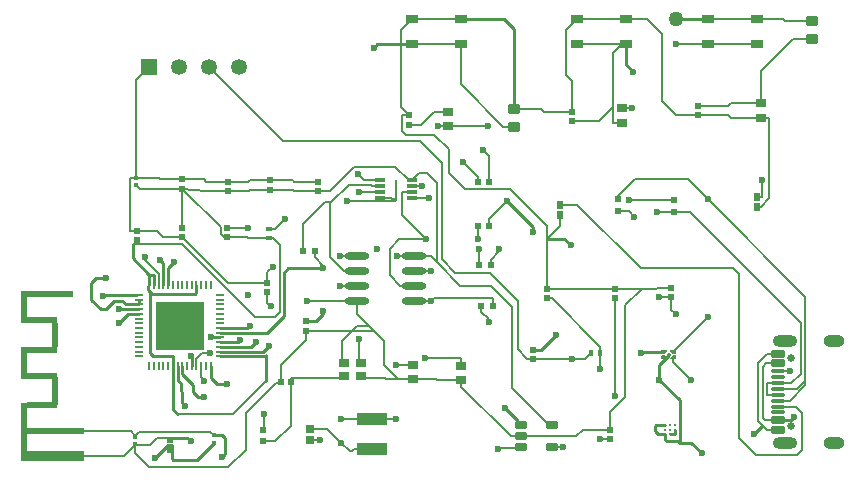
<source format=gtl>
G04*
G04 #@! TF.GenerationSoftware,Altium Limited,Altium Designer,23.9.2 (47)*
G04*
G04 Layer_Physical_Order=1*
G04 Layer_Color=255*
%FSLAX44Y44*%
%MOMM*%
G71*
G04*
G04 #@! TF.SameCoordinates,2E1E75F7-3D1D-466E-99F7-38A65D3F2882*
G04*
G04*
G04 #@! TF.FilePolarity,Positive*
G04*
G01*
G75*
%ADD15C,0.2540*%
G04:AMPARAMS|DCode=18|XSize=0.6mm|YSize=1.15mm|CornerRadius=0.075mm|HoleSize=0mm|Usage=FLASHONLY|Rotation=90.000|XOffset=0mm|YOffset=0mm|HoleType=Round|Shape=RoundedRectangle|*
%AMROUNDEDRECTD18*
21,1,0.6000,1.0000,0,0,90.0*
21,1,0.4500,1.1500,0,0,90.0*
1,1,0.1500,0.5000,0.2250*
1,1,0.1500,0.5000,-0.2250*
1,1,0.1500,-0.5000,-0.2250*
1,1,0.1500,-0.5000,0.2250*
%
%ADD18ROUNDEDRECTD18*%
G04:AMPARAMS|DCode=19|XSize=0.3mm|YSize=1.15mm|CornerRadius=0.0375mm|HoleSize=0mm|Usage=FLASHONLY|Rotation=90.000|XOffset=0mm|YOffset=0mm|HoleType=Round|Shape=RoundedRectangle|*
%AMROUNDEDRECTD19*
21,1,0.3000,1.0750,0,0,90.0*
21,1,0.2250,1.1500,0,0,90.0*
1,1,0.0750,0.5375,0.1125*
1,1,0.0750,0.5375,-0.1125*
1,1,0.0750,-0.5375,-0.1125*
1,1,0.0750,-0.5375,0.1125*
%
%ADD19ROUNDEDRECTD19*%
%ADD20R,0.5200X0.5200*%
%ADD21R,0.3627X0.4541*%
G04:AMPARAMS|DCode=22|XSize=0.6mm|YSize=1.05mm|CornerRadius=0.075mm|HoleSize=0mm|Usage=FLASHONLY|Rotation=90.000|XOffset=0mm|YOffset=0mm|HoleType=Round|Shape=RoundedRectangle|*
%AMROUNDEDRECTD22*
21,1,0.6000,0.9000,0,0,90.0*
21,1,0.4500,1.0500,0,0,90.0*
1,1,0.1500,0.4500,0.2250*
1,1,0.1500,0.4500,-0.2250*
1,1,0.1500,-0.4500,-0.2250*
1,1,0.1500,-0.4500,0.2250*
%
%ADD22ROUNDEDRECTD22*%
%ADD23R,0.4725X0.5153*%
%ADD24R,0.5955X0.6631*%
%ADD25R,0.6062X0.6281*%
%ADD26R,0.5000X0.4000*%
%ADD27R,0.6000X0.5400*%
%ADD28R,0.6000X0.5000*%
%ADD29R,0.4000X0.5000*%
%ADD30R,0.8121X0.7581*%
%ADD31R,0.5400X0.6000*%
%ADD32R,0.5000X0.6000*%
%ADD33R,0.9000X0.7500*%
%ADD34R,0.6500X0.2200*%
%ADD35R,0.2200X0.6500*%
%ADD37R,2.5000X1.0000*%
%ADD38C,0.2500*%
G04:AMPARAMS|DCode=39|XSize=0.8mm|YSize=1mm|CornerRadius=0.1mm|HoleSize=0mm|Usage=FLASHONLY|Rotation=90.000|XOffset=0mm|YOffset=0mm|HoleType=Round|Shape=RoundedRectangle|*
%AMROUNDEDRECTD39*
21,1,0.8000,0.8000,0,0,90.0*
21,1,0.6000,1.0000,0,0,90.0*
1,1,0.2000,0.4000,0.3000*
1,1,0.2000,0.4000,-0.3000*
1,1,0.2000,-0.4000,-0.3000*
1,1,0.2000,-0.4000,0.3000*
%
%ADD39ROUNDEDRECTD39*%
%ADD40R,1.0500X0.6500*%
%ADD42R,0.9000X0.3000*%
%ADD43O,2.0500X0.6000*%
%ADD44R,0.9000X0.8000*%
%ADD45R,0.6500X0.7000*%
%ADD65C,1.3500*%
%ADD66R,1.3500X1.3500*%
%ADD70C,0.3500*%
%ADD71R,4.1000X4.1000*%
%ADD72C,0.2880*%
%ADD73C,0.2880*%
%ADD74P,0.4950X4X180.0*%
%ADD75R,0.2500X1.6500*%
%ADD76R,4.9000X0.9000*%
%ADD77R,0.5000X5.0000*%
%ADD78R,4.9000X0.5000*%
%ADD79R,2.6400X0.5000*%
%ADD80R,0.5000X2.0000*%
%ADD81R,0.5000X2.7000*%
%ADD82R,3.9400X0.5000*%
%ADD83C,0.1928*%
%ADD84C,0.2100*%
%ADD85C,0.1421*%
%ADD86O,2.1000X1.0000*%
%ADD87C,0.6500*%
%ADD88O,1.8000X1.0000*%
%ADD89C,0.5000*%
%ADD90C,0.3000*%
%ADD91C,0.6000*%
%ADD92C,1.2700*%
G36*
X804400Y351600D02*
Y351401D01*
X804552Y351034D01*
X804833Y350753D01*
X805201Y350601D01*
X805400D01*
Y350600D01*
X809600D01*
Y351910D01*
X807710Y353800D01*
X805400Y353800D01*
X805201Y353800D01*
X804833Y353648D01*
X804552Y353367D01*
X804400Y352999D01*
X804400Y352800D01*
Y352800D01*
X804400Y351600D01*
D02*
G37*
G36*
X804400Y357600D02*
Y357799D01*
X804552Y358167D01*
X804833Y358448D01*
X805201Y358600D01*
X805400D01*
X805400Y358600D01*
X809600D01*
Y357290D01*
X807710Y355400D01*
X805400D01*
X805201Y355400D01*
X804833Y355553D01*
X804552Y355834D01*
X804400Y356202D01*
X804400Y356400D01*
Y356400D01*
X804400Y357600D01*
D02*
G37*
G36*
X817400Y351600D02*
Y351401D01*
X817247Y351034D01*
X816966Y350753D01*
X816599Y350600D01*
X816400D01*
D01*
X812200D01*
Y351910D01*
X814090Y353800D01*
X816400Y353800D01*
X816599D01*
X816966Y353648D01*
X817247Y353367D01*
X817400Y352999D01*
Y352800D01*
X817400D01*
X817400Y351600D01*
D02*
G37*
G36*
Y357600D02*
Y357799D01*
X817247Y358167D01*
X816966Y358448D01*
X816599Y358600D01*
X816400D01*
Y358600D01*
X812200D01*
Y357290D01*
X814090Y355400D01*
X816400D01*
X816599Y355400D01*
X816966Y355553D01*
X817247Y355834D01*
X817400Y356202D01*
X817400Y356400D01*
X817400D01*
X817400Y357600D01*
D02*
G37*
D15*
X803000Y333000D02*
Y346101D01*
X672000Y309000D02*
X683000Y298000D01*
Y295000D02*
Y298000D01*
X518263Y389263D02*
Y391092D01*
X512000Y383000D02*
X518263Y389263D01*
X504000Y383000D02*
X512000D01*
X266000Y406000D02*
X268000D01*
X267000Y384000D02*
X269000D01*
X291000Y380000D02*
Y382000D01*
Y360000D02*
Y362000D01*
X266000Y358000D02*
X268000D01*
X266106Y335500D02*
X279300D01*
X280300Y336500D01*
X292000Y332447D02*
Y335447D01*
Y313026D02*
Y315026D01*
X266065Y311000D02*
X268065D01*
X264600Y289540D02*
X265830Y290770D01*
X269598D01*
X264600Y289000D02*
Y289540D01*
X454000Y377000D02*
X456000Y379000D01*
X431250Y377000D02*
X454000D01*
X674320Y484375D02*
X696000Y462695D01*
Y458000D02*
Y462695D01*
X467000Y357000D02*
X472000Y362000D01*
X431250Y357000D02*
X467000D01*
X457000Y361000D02*
X462000Y366000D01*
X431250Y361000D02*
X457000D01*
X446000Y365000D02*
X448000Y367000D01*
X431250Y365000D02*
X446000D01*
X326000Y419000D02*
X334000D01*
X322000Y415000D02*
X326000Y419000D01*
X322000Y401000D02*
Y415000D01*
Y401000D02*
X330000Y393000D01*
X334000D01*
X341000Y400000D01*
X348000D01*
X351000Y397000D01*
X362750D01*
X423000Y369000D02*
X423000Y369000D01*
X431250D01*
X428000Y330000D02*
X437000D01*
X423000Y335000D02*
X428000Y330000D01*
X423000Y335000D02*
Y344750D01*
X380000Y435000D02*
X383000Y432000D01*
Y413250D02*
Y432000D01*
X406000Y353000D02*
X407000Y352000D01*
Y344750D02*
Y352000D01*
X431250Y373000D02*
X471000D01*
X485000Y387000D01*
Y424000D01*
X488737Y427737D01*
X518192D01*
X356999Y447219D02*
X361000Y451220D01*
X356999Y436000D02*
Y447219D01*
Y436000D02*
X370999Y422000D01*
Y413250D02*
Y422000D01*
X398338Y313662D02*
X401000Y311000D01*
X398338Y313662D02*
Y323235D01*
X397955Y323618D02*
X398338Y323235D01*
X397955Y323618D02*
Y330045D01*
X395000Y333000D02*
X397955Y330045D01*
X408000Y323000D02*
X412000Y319000D01*
X417000D01*
X408000Y323000D02*
Y329000D01*
X399000Y338000D02*
X408000Y329000D01*
X399000Y338000D02*
Y344750D01*
X395000Y333000D02*
Y344750D01*
X817250Y638750D02*
X844250D01*
X387000Y428000D02*
X392000Y433000D01*
X387000Y413250D02*
Y428000D01*
X391000Y344750D02*
Y353000D01*
X374000D02*
X391000D01*
X371500Y355500D02*
X374000Y353000D01*
X371500Y355500D02*
Y407500D01*
X375000Y413250D02*
Y422000D01*
X371000D02*
X375000D01*
X370000Y409000D02*
Y412250D01*
Y409000D02*
X373000Y406000D01*
X410000D01*
X411000Y407000D01*
Y413250D01*
X431250Y352999D02*
X468999D01*
X470000Y332000D02*
Y354000D01*
X391000Y308000D02*
X395000Y304000D01*
X391000Y308000D02*
Y344750D01*
X774750Y600250D02*
X781000Y594000D01*
X774750Y600250D02*
Y617250D01*
X345000Y381000D02*
X353000Y389000D01*
X362750D01*
Y397000D02*
Y401000D01*
X345000Y393000D02*
X362750D01*
X562000Y615000D02*
X564250Y617250D01*
X593250D01*
X636000Y637000D02*
X637750Y638750D01*
X671250D01*
X680000Y630000D01*
Y562500D02*
Y630000D01*
X820000Y295000D02*
Y316000D01*
X803000Y333000D02*
X820000Y316000D01*
X803000Y346101D02*
X810900Y354001D01*
Y354600D01*
X722450Y452550D02*
X728000Y447000D01*
X708000Y452550D02*
X722450D01*
X702786Y358786D02*
X715000Y371000D01*
X696000Y358786D02*
X702786D01*
X787000Y356000D02*
X788000Y357000D01*
X807000D01*
X433000Y268000D02*
X435000Y270000D01*
Y284000D01*
X432957Y286043D02*
X435000Y284000D01*
X426000Y286043D02*
X432957D01*
X403000Y284000D02*
X406000Y281000D01*
X390000Y284000D02*
X403000D01*
X411043Y265000D02*
X426000Y279957D01*
X391001Y265000D02*
X411043D01*
X390000Y266000D02*
X391001Y265000D01*
X390000Y266000D02*
Y277914D01*
X376000Y267000D02*
X386914Y277914D01*
X390000D01*
X333000Y405000D02*
X361000D01*
X816000Y287000D02*
Y291000D01*
X812000Y287000D02*
X816000D01*
X802000D02*
X808000D01*
X799000Y290000D02*
X802000Y287000D01*
X799000Y290000D02*
Y294000D01*
X800000Y295000D01*
X808000D01*
X820000Y291000D02*
Y295000D01*
Y287000D02*
Y291000D01*
X808000Y282000D02*
Y287000D01*
Y282000D02*
X809000Y281000D01*
X819000D01*
X883000Y287000D02*
X890194Y294194D01*
X830000Y280000D02*
X839000Y271000D01*
X820000Y280000D02*
X830000D01*
X820000D02*
Y287000D01*
X799000Y294000D02*
X800000Y295000D01*
X808000Y282000D02*
X809000Y281000D01*
X819000D02*
X820000Y280000D01*
Y287000D02*
Y291000D01*
X914000Y299000D02*
X917000Y302000D01*
X903225Y299000D02*
X914000D01*
D18*
X903225Y355000D02*
D03*
Y291000D02*
D03*
Y299000D02*
D03*
Y347000D02*
D03*
D19*
Y320500D02*
D03*
Y325500D02*
D03*
Y330500D02*
D03*
Y315500D02*
D03*
Y310500D02*
D03*
Y305500D02*
D03*
Y335500D02*
D03*
Y340500D02*
D03*
D20*
X388457Y281914D02*
D03*
Y273914D02*
D03*
X729000Y552000D02*
D03*
Y560000D02*
D03*
X473000Y494000D02*
D03*
Y502000D02*
D03*
X591000Y549000D02*
D03*
Y557000D02*
D03*
X399000Y495000D02*
D03*
Y503000D02*
D03*
Y462000D02*
D03*
Y454000D02*
D03*
X836000Y565000D02*
D03*
Y557000D02*
D03*
D21*
X359000Y278957D02*
D03*
Y285043D02*
D03*
X426000Y286043D02*
D03*
Y279957D02*
D03*
X360000Y497957D02*
D03*
Y504043D02*
D03*
D22*
X712000Y295000D02*
D03*
Y276000D02*
D03*
X685500D02*
D03*
Y295000D02*
D03*
Y285501D02*
D03*
D23*
X514000Y493214D02*
D03*
Y500785D02*
D03*
X761000Y283215D02*
D03*
Y290786D02*
D03*
X696000Y351214D02*
D03*
Y358786D02*
D03*
X765000Y402429D02*
D03*
Y410000D02*
D03*
X438000Y493428D02*
D03*
Y501000D02*
D03*
X437000Y454215D02*
D03*
Y461786D02*
D03*
X471000Y407429D02*
D03*
Y415000D02*
D03*
D24*
X719000Y481065D02*
D03*
Y472935D02*
D03*
X886000Y488000D02*
D03*
Y479869D02*
D03*
D25*
X813000Y403110D02*
D03*
Y410890D02*
D03*
X708000Y402221D02*
D03*
Y410000D02*
D03*
X361000Y451220D02*
D03*
Y459000D02*
D03*
D26*
X472000Y453000D02*
D03*
Y461000D02*
D03*
D27*
X504000Y383000D02*
D03*
Y374800D02*
D03*
D28*
X467000Y281000D02*
D03*
Y291000D02*
D03*
X768000Y486000D02*
D03*
Y476000D02*
D03*
X815000Y475000D02*
D03*
Y485000D02*
D03*
D29*
X745000Y356000D02*
D03*
X753000D02*
D03*
D30*
X771000Y550460D02*
D03*
Y563000D02*
D03*
X624000Y560270D02*
D03*
Y547730D02*
D03*
X888999Y567270D02*
D03*
Y554730D02*
D03*
D31*
X491000Y331000D02*
D03*
X482800D02*
D03*
D32*
X649000Y463000D02*
D03*
X659000D02*
D03*
X662000Y396000D02*
D03*
X652000D02*
D03*
X649000Y501000D02*
D03*
X659000D02*
D03*
X650000Y430000D02*
D03*
X660000D02*
D03*
X501000Y442000D02*
D03*
X511000D02*
D03*
D33*
X594000Y346000D02*
D03*
Y334000D02*
D03*
X635000Y345000D02*
D03*
Y333000D02*
D03*
D34*
X431250Y405000D02*
D03*
Y401000D02*
D03*
Y397000D02*
D03*
Y393000D02*
D03*
Y389000D02*
D03*
Y385000D02*
D03*
Y381000D02*
D03*
Y377000D02*
D03*
Y373000D02*
D03*
Y369000D02*
D03*
Y365000D02*
D03*
Y361000D02*
D03*
Y357000D02*
D03*
Y352999D02*
D03*
X362750D02*
D03*
Y357000D02*
D03*
Y361000D02*
D03*
Y365000D02*
D03*
Y369000D02*
D03*
Y373000D02*
D03*
Y377000D02*
D03*
Y381000D02*
D03*
Y385000D02*
D03*
Y389000D02*
D03*
Y393000D02*
D03*
Y397000D02*
D03*
Y401000D02*
D03*
Y405000D02*
D03*
D35*
X370999Y413250D02*
D03*
X375000D02*
D03*
X379000D02*
D03*
X383000D02*
D03*
X387000D02*
D03*
X391000D02*
D03*
X395000D02*
D03*
X399000D02*
D03*
X403000D02*
D03*
X407000D02*
D03*
X411000D02*
D03*
X415000D02*
D03*
X419000D02*
D03*
X423000D02*
D03*
Y344750D02*
D03*
X419000D02*
D03*
X415000D02*
D03*
X411000D02*
D03*
X407000D02*
D03*
X403000D02*
D03*
X399000D02*
D03*
X395000D02*
D03*
X391000D02*
D03*
X387000D02*
D03*
X383000D02*
D03*
X379000D02*
D03*
X375000D02*
D03*
X370999D02*
D03*
D37*
X560000Y275000D02*
D03*
Y300000D02*
D03*
D38*
X816000Y287000D02*
D03*
X812000D02*
D03*
X816000Y291000D02*
D03*
X812000D02*
D03*
X808000D02*
D03*
X816000Y295000D02*
D03*
X812000D02*
D03*
X808000D02*
D03*
X820000D02*
D03*
Y291000D02*
D03*
X808000Y287000D02*
D03*
X820000D02*
D03*
D39*
X932000Y622000D02*
D03*
Y637000D02*
D03*
X680000Y547500D02*
D03*
Y562500D02*
D03*
D40*
X774750Y617250D02*
D03*
X733250D02*
D03*
X774750Y638750D02*
D03*
X733250D02*
D03*
X885750Y617250D02*
D03*
X844250D02*
D03*
X885750Y638750D02*
D03*
X844250D02*
D03*
X634750Y617250D02*
D03*
X593250D02*
D03*
X634750Y638750D02*
D03*
X593250D02*
D03*
D42*
X566500Y487500D02*
D03*
X593500Y502500D02*
D03*
Y497500D02*
D03*
Y492500D02*
D03*
Y487500D02*
D03*
X566500Y502500D02*
D03*
Y497500D02*
D03*
Y492500D02*
D03*
D43*
X546750Y399950D02*
D03*
Y438050D02*
D03*
Y425350D02*
D03*
Y412650D02*
D03*
X595250Y438050D02*
D03*
Y425350D02*
D03*
Y412650D02*
D03*
Y399950D02*
D03*
D44*
X536000Y347500D02*
D03*
X550000Y336500D02*
D03*
Y347500D02*
D03*
X536000Y336500D02*
D03*
D45*
X507000Y282250D02*
D03*
Y291750D02*
D03*
D65*
X447000Y598000D02*
D03*
X421600D02*
D03*
X396200D02*
D03*
D66*
X370800D02*
D03*
D70*
X810900Y354600D02*
D03*
D71*
X397000Y379000D02*
D03*
D72*
X814800Y352200D02*
D03*
D73*
Y357000D02*
D03*
X807000D02*
D03*
Y352200D02*
D03*
D74*
X810900Y354600D02*
D03*
D75*
X580000Y495000D02*
D03*
D76*
X291600Y268500D02*
D03*
D77*
X264600Y289000D02*
D03*
D78*
X291600Y289500D02*
D03*
D79*
X280300Y311500D02*
D03*
Y336500D02*
D03*
Y358500D02*
D03*
Y383500D02*
D03*
D80*
X291000Y324000D02*
D03*
Y371000D02*
D03*
D81*
X264600Y347500D02*
D03*
Y394500D02*
D03*
D82*
X286800Y405500D02*
D03*
D83*
X549000Y346501D02*
Y368000D01*
X614426Y432816D02*
Y499574D01*
X599000Y508000D02*
X606000D01*
X614426Y499574D01*
X593500Y502500D02*
X599000Y508000D01*
X590550Y502500D02*
X593500D01*
X542418Y272982D02*
X544435Y275000D01*
X540580Y272982D02*
X542418D01*
X533527Y280035D02*
X540580Y272982D01*
X544435Y275000D02*
X560000D01*
X788872Y410033D02*
X813000Y410890D01*
X367000Y435000D02*
Y437000D01*
X635000Y333000D02*
X635177Y332824D01*
Y327488D02*
X677164Y285501D01*
X635177Y327488D02*
Y332824D01*
X614918Y333000D02*
X635000D01*
X666500Y275500D02*
X684999D01*
X685500Y276000D01*
X666000Y275000D02*
X666500Y275500D01*
X524256Y482600D02*
X525038Y483382D01*
X519704D02*
X525038D01*
X501000Y464678D02*
X519704Y483382D01*
X525038D02*
X540120Y498464D01*
X524256Y436880D02*
Y482600D01*
X501000Y442000D02*
Y464678D01*
X540120Y498464D02*
X559054D01*
X275600Y336500D02*
X279300D01*
X280300D01*
X367000Y435000D02*
X379000Y423000D01*
X370999Y448310D02*
X398526D01*
X361000D02*
X370999D01*
X478338Y330338D02*
X482138D01*
X453000Y274000D02*
Y305000D01*
X482138Y330338D02*
X482800Y331000D01*
X453000Y305000D02*
X478338Y330338D01*
X482800Y331000D02*
Y345948D01*
X438000Y259000D02*
X453000Y274000D01*
X467000Y291000D02*
X468000Y292000D01*
Y304000D01*
X371000Y259000D02*
X438000D01*
X359000Y271000D02*
X371000Y259000D01*
X359000Y271000D02*
Y278000D01*
X634746Y583484D02*
Y617250D01*
X844000Y485944D02*
X926366Y403578D01*
X826770Y503174D02*
X844000Y485944D01*
X926366Y332386D02*
Y403578D01*
Y328621D02*
Y332386D01*
X708000Y452550D02*
Y463533D01*
X774192Y396240D02*
X787952Y410000D01*
X580000Y486652D02*
Y495000D01*
Y485136D02*
Y486652D01*
X576968D02*
X580000D01*
X355092Y503682D02*
X360000D01*
X546862Y389128D02*
X557114Y378876D01*
X546862Y389128D02*
Y399950D01*
X557114Y378876D02*
X561190Y374800D01*
X542786D02*
X546862Y378876D01*
X534000Y366014D02*
X542786Y374800D01*
X561190D01*
X504000D02*
X542786D01*
X571238Y334000D02*
X581416D01*
X763778Y550460D02*
Y563938D01*
X491000Y334500D02*
X534000D01*
X614426Y432816D02*
X634492Y412750D01*
X609192Y438050D02*
X614426Y432816D01*
X507000Y282250D02*
X515930D01*
X533680Y300000D02*
X560000D01*
X685500Y285501D02*
X732585D01*
X737870Y290786D01*
X761000D01*
X765000Y410000D02*
X787952D01*
X788872Y410033D01*
X583946Y564054D02*
X591000Y557000D01*
X583946Y564054D02*
Y629446D01*
X593250Y638750D01*
X471000Y398188D02*
Y407429D01*
Y398188D02*
X473807Y395381D01*
X477256Y461000D02*
X485648Y469392D01*
X472000Y461000D02*
X477256D01*
X753000Y283215D02*
X761000D01*
X662000Y396000D02*
Y402127D01*
X611946D02*
X662000D01*
X609770Y399950D02*
X611946Y402127D01*
X608124Y487500D02*
X608198Y487426D01*
X593500Y487500D02*
X608124D01*
X535786Y425350D02*
X546750D01*
X524256Y436880D02*
X535786Y425350D01*
X559054Y498464D02*
X560019Y497500D01*
X566500D01*
X634492Y412750D02*
X660654D01*
X678180Y395224D01*
Y326496D02*
X709676Y295000D01*
X712000D01*
X595250Y438050D02*
X609192D01*
X678180Y326496D02*
Y395224D01*
X624000Y547730D02*
X657754D01*
X802374Y403110D02*
X813000D01*
X379000Y413250D02*
Y423000D01*
X892302Y299000D02*
X903225D01*
X890406Y300896D02*
X892302Y299000D01*
X890406Y300896D02*
Y344342D01*
X893064Y347000D01*
X903225D01*
X814800Y348200D02*
Y352200D01*
Y348200D02*
X830000Y333000D01*
X800736Y475488D02*
X801225Y475000D01*
X815000D01*
X768000Y488854D02*
X782320Y503174D01*
X826770D01*
X814800Y357000D02*
X844000Y386200D01*
X615294Y547730D02*
X624000D01*
X580744Y438050D02*
X595250D01*
X434340Y454215D02*
X437000D01*
X431546Y457009D02*
X434340Y454215D01*
X431546Y457009D02*
Y462454D01*
X399000Y495000D02*
X431546Y462454D01*
X593500Y497500D02*
X602148D01*
X595250Y425350D02*
X609854D01*
X753000Y342392D02*
Y356000D01*
X763778Y550460D02*
X771000D01*
X763778Y610138D02*
X770890Y617250D01*
X729000Y552000D02*
X751840D01*
X763778Y563938D01*
Y610138D01*
X566500Y487500D02*
X576120D01*
X576968Y486652D01*
X548000Y334500D02*
X570738D01*
X571238Y334000D01*
X561190Y374800D02*
X569976Y366014D01*
Y345440D02*
Y366014D01*
X534000Y345500D02*
Y366014D01*
X546862Y378876D02*
X557114D01*
X569976Y345440D02*
X581416Y334000D01*
X546750Y399950D02*
X546862D01*
X581416Y334000D02*
X594000D01*
X291000Y371000D02*
Y372800D01*
Y324000D02*
Y325800D01*
X359000Y286000D02*
X362306Y289306D01*
X422737D01*
X426000Y286043D01*
X696000Y351214D02*
X740214D01*
X745000Y356000D01*
X532230Y438050D02*
X546750D01*
X547570Y507580D02*
X552650Y502500D01*
X566500D01*
X658368Y381737D02*
Y384271D01*
X652000Y390638D02*
X658368Y384271D01*
X652000Y390638D02*
Y396000D01*
X518192Y427737D02*
Y429858D01*
X511000Y437050D02*
X518192Y429858D01*
X511000Y437050D02*
Y442000D01*
X667193Y442142D02*
Y444263D01*
X660000Y434950D02*
X667193Y442142D01*
X660000Y430000D02*
Y434950D01*
X659000Y469055D02*
X674320Y484375D01*
X659000Y463000D02*
Y469055D01*
X654000Y527455D02*
X659000Y522455D01*
Y501000D02*
Y522455D01*
X514000Y493214D02*
X524256D01*
X544586Y513544D01*
X579506D01*
X590550Y502500D01*
X649000Y452304D02*
Y463000D01*
X398526Y448310D02*
X460502Y386334D01*
X481584Y390398D02*
Y447040D01*
X472000Y453000D02*
X475624D01*
X549142Y492500D02*
X566500D01*
X548894Y492252D02*
X549142Y492500D01*
X650000Y430000D02*
Y444246D01*
X584962Y492500D02*
X593500D01*
X584962Y472488D02*
Y492500D01*
Y472488D02*
X605076Y452374D01*
X649000Y501000D02*
Y504921D01*
X585216Y557000D02*
X591000D01*
X585216Y543560D02*
Y557000D01*
Y543560D02*
X588010Y540766D01*
X612394D01*
X624840Y528320D01*
Y508000D02*
Y528320D01*
Y508000D02*
X638048Y494792D01*
X676741D01*
X708000Y463533D01*
X761000Y290786D02*
Y305832D01*
X774192Y319024D01*
Y396240D01*
X579242Y484378D02*
X580000Y485136D01*
X538480Y484378D02*
X579242D01*
X471000Y424264D02*
X475488Y428752D01*
X471000Y415000D02*
Y424264D01*
X437000Y461786D02*
X454406D01*
X913245Y315500D02*
X926366Y328621D01*
X903225Y315500D02*
X913245D01*
X903225Y325500D02*
X919480D01*
X926366Y332386D01*
X768000Y486000D02*
Y488854D01*
X635000Y345000D02*
Y351282D01*
X604774D02*
X635000D01*
X521812Y291750D02*
X533527Y280035D01*
X507000Y291750D02*
X521812D01*
X708000Y410000D02*
Y452550D01*
X719000Y463550D01*
Y472935D01*
X421600Y598000D02*
X484422Y535178D01*
X600202D01*
X618490Y516890D01*
Y435356D02*
Y516890D01*
Y435356D02*
X629920Y423926D01*
X659384D01*
X683006Y400304D01*
Y359088D02*
Y400304D01*
Y359088D02*
X690880Y351214D01*
X696000D01*
X277622Y289000D02*
X278122Y289500D01*
X291600D01*
X355500D01*
X359000Y286000D01*
X291000Y322200D02*
Y324000D01*
Y369200D02*
Y371000D01*
X275600Y383500D02*
X280300D01*
X634746Y617250D02*
X634750D01*
X593250D02*
X634746D01*
Y583484D02*
X670730Y547500D01*
X680000D01*
X579680Y346000D02*
X594000D01*
X560000Y300000D02*
X579628D01*
X815000Y475000D02*
X828802D01*
X922439Y381363D01*
Y338493D02*
Y381363D01*
X914446Y330500D02*
X922439Y338493D01*
X903225Y330500D02*
X914446D01*
X894334D02*
X903225D01*
X894334Y320500D02*
Y330500D01*
Y320500D02*
X903225D01*
X893910Y291000D02*
X903225D01*
X886478Y298432D02*
X893910Y291000D01*
X886478Y298432D02*
Y347398D01*
X894080Y355000D01*
X903225D01*
X680000Y562500D02*
X703072D01*
X705572Y560000D01*
X729000D01*
Y585958D01*
X723900Y591058D02*
X729000Y585958D01*
X723900Y591058D02*
Y629400D01*
X733250Y638750D01*
X774750D01*
X792480D01*
X804926Y626304D01*
Y568960D02*
Y626304D01*
Y568960D02*
X816886Y557000D01*
X836000D01*
X861314D01*
X863584Y554730D01*
X888999D01*
X896112D01*
Y486918D02*
Y554730D01*
X889063Y479869D02*
X896112Y486918D01*
X886000Y479869D02*
X889063D01*
X359000Y278000D02*
X371348D01*
X377348Y284000D01*
X390000D01*
X482800Y345948D02*
X504000Y367148D01*
Y374800D01*
X594000Y334000D02*
X613918D01*
X614918Y333000D01*
X438000Y415000D02*
X471000D01*
X399000Y454000D02*
X438000Y415000D01*
X504290Y399950D02*
X546750D01*
X677164Y285501D02*
X685500D01*
X382444Y454000D02*
X399000D01*
X377444Y459000D02*
X382444Y454000D01*
X361000Y459000D02*
X377444D01*
X355092D02*
X361000D01*
X355092D02*
Y503682D01*
X360000D02*
Y504043D01*
Y587200D01*
X370800Y598000D01*
X360000Y504043D02*
X378968D01*
X380011Y503000D01*
X399000D01*
X417322D01*
X419322Y501000D01*
X438000D01*
X708000Y410000D02*
X765000D01*
X438000Y501000D02*
X454914D01*
X455914Y502000D01*
X473000D01*
X492760D01*
X493975Y500785D01*
X514000D01*
X593250Y638750D02*
X634750D01*
X733250Y617250D02*
X770890D01*
X774750D01*
X844250Y638750D02*
X885750D01*
X907796D01*
X909546Y637000D01*
X932000D01*
X467000Y281000D02*
X477520D01*
X491000Y294480D01*
Y331000D01*
Y334500D01*
X591000Y549000D02*
X600710D01*
X611979Y560270D01*
X624000D01*
X836000Y565000D02*
X861314D01*
X863584Y567270D01*
X888999D01*
Y594614D01*
X916385Y622000D01*
X932000D01*
X753000Y356000D02*
Y361298D01*
X712077Y402221D02*
X753000Y361298D01*
X708000Y402221D02*
X712077D01*
X712000Y276000D02*
X721516D01*
X765000Y319484D02*
Y402429D01*
X719000Y481065D02*
X733552D01*
X787135Y427482D01*
X865632D01*
X870458Y422656D01*
Y283718D02*
Y422656D01*
Y283718D02*
X884682Y269494D01*
X919480D01*
X924052Y274066D01*
Y304800D01*
X918352Y310500D02*
X924052Y304800D01*
X903225Y310500D02*
X918352D01*
X886000Y488000D02*
X890016D01*
Y502666D01*
X913016Y340500D02*
X913130Y340614D01*
X903225Y340500D02*
X913016D01*
X583538Y412650D02*
X595250D01*
X574548Y421640D02*
X583538Y412650D01*
X574548Y421640D02*
Y444246D01*
X582676Y452374D01*
X605076D01*
X636524Y517398D02*
X649000Y504921D01*
X595250Y399950D02*
X609770D01*
X532230Y412650D02*
X546750D01*
X361000Y448310D02*
Y451220D01*
X460502Y386334D02*
X477520D01*
X481584Y390398D01*
X475624Y453000D02*
X481584Y447040D01*
X454859Y453000D02*
X472000D01*
X453644Y454215D02*
X454859Y453000D01*
X437000Y454215D02*
X453644D01*
X419147Y493428D02*
X438000D01*
X399000Y495000D02*
X419147Y493428D01*
X399000Y462000D02*
Y495000D01*
X362957D02*
X399000D01*
X360000Y497957D02*
X362957Y495000D01*
X438000Y493428D02*
X455168D01*
X455740Y494000D01*
X473000D01*
X493014D01*
X493800Y493214D01*
X514000D01*
X817118Y617250D02*
X844250D01*
X771000Y563000D02*
X779331D01*
X813000Y392484D02*
X816864Y388620D01*
X813000Y392484D02*
Y403110D01*
X844250Y617250D02*
X885750D01*
D84*
X442000Y304000D02*
X470000Y332000D01*
X395000Y304000D02*
X442000D01*
X291600Y268500D02*
X349500D01*
X359000Y278000D01*
D85*
X415000Y335239D02*
Y344750D01*
X417000Y332000D02*
Y333239D01*
X415000Y335239D02*
X417000Y333239D01*
X411000Y344750D02*
Y350520D01*
X416080Y355600D01*
X422148D01*
X777236Y476000D02*
X781812Y471424D01*
X768000Y476000D02*
X777236D01*
X777608Y485000D02*
X815000D01*
D86*
X908975Y366200D02*
D03*
Y279800D02*
D03*
D87*
X913975Y294100D02*
D03*
Y351900D02*
D03*
D88*
X950775Y279800D02*
D03*
Y366200D02*
D03*
D89*
X389500Y394000D02*
D03*
X382000Y386500D02*
D03*
Y371500D02*
D03*
X397000D02*
D03*
X389500Y364000D02*
D03*
X404500D02*
D03*
X412000Y371500D02*
D03*
Y386500D02*
D03*
X397000D02*
D03*
X404500Y394000D02*
D03*
Y379000D02*
D03*
X389500D02*
D03*
D90*
X534000Y358000D02*
D03*
X816000Y291000D02*
D03*
X808000Y291000D02*
D03*
D91*
X549000Y368000D02*
D03*
X396808Y362314D02*
D03*
X602148Y497500D02*
D03*
X817118Y617250D02*
D03*
X580744Y438050D02*
D03*
X721516Y276000D02*
D03*
X672000Y309000D02*
D03*
X666000Y275000D02*
D03*
X455000Y405000D02*
D03*
X456000Y379000D02*
D03*
X696000Y458000D02*
D03*
X472000Y362000D02*
D03*
X448000Y367000D02*
D03*
X461000Y365000D02*
D03*
X334000Y419000D02*
D03*
X423000Y369000D02*
D03*
X437000Y330000D02*
D03*
X380000Y435000D02*
D03*
X406000Y353000D02*
D03*
X579680Y346000D02*
D03*
X367000Y437000D02*
D03*
X401000Y311000D02*
D03*
X729000Y351000D02*
D03*
X392000Y433000D02*
D03*
X417000Y319000D02*
D03*
Y332000D02*
D03*
X468000Y304000D02*
D03*
X781000Y594000D02*
D03*
X345000Y381000D02*
D03*
Y393000D02*
D03*
X561000Y614000D02*
D03*
X803000Y333000D02*
D03*
X728000Y447000D02*
D03*
X715000Y371000D02*
D03*
X787000Y356000D02*
D03*
X433000Y268000D02*
D03*
X406000Y281000D02*
D03*
X376000Y267000D02*
D03*
X332000Y404000D02*
D03*
X515930Y282250D02*
D03*
X533680Y300000D02*
D03*
X473807Y395381D02*
D03*
X485648Y469392D02*
D03*
X753000Y283215D02*
D03*
Y342392D02*
D03*
X657754Y547730D02*
D03*
X802374Y403110D02*
D03*
X518263Y391092D02*
D03*
X830000Y333000D02*
D03*
X800736Y475488D02*
D03*
X844000Y485944D02*
D03*
Y386200D02*
D03*
X615294Y547730D02*
D03*
X609854Y425350D02*
D03*
X532230Y438050D02*
D03*
X547570Y507580D02*
D03*
X658368Y381737D02*
D03*
X518192Y427737D02*
D03*
X667193Y444263D02*
D03*
X674320Y484375D02*
D03*
X654000Y527455D02*
D03*
X883000Y287000D02*
D03*
X839000Y271000D02*
D03*
X649000Y452304D02*
D03*
X548894Y492252D02*
D03*
X563826Y444246D02*
D03*
X650000D02*
D03*
X605076Y452374D02*
D03*
X538480Y484378D02*
D03*
X475488Y428752D02*
D03*
X454406Y461786D02*
D03*
X533527Y280035D02*
D03*
X579628Y300000D02*
D03*
X604774Y351282D02*
D03*
X422148Y355600D02*
D03*
X781812Y471424D02*
D03*
X777608Y485000D02*
D03*
X504290Y399950D02*
D03*
X765000Y319484D02*
D03*
X890016Y502666D02*
D03*
X913130Y340614D02*
D03*
X636524Y517398D02*
D03*
X609770Y399950D02*
D03*
X608198Y487426D02*
D03*
X532230Y412650D02*
D03*
X816864Y388620D02*
D03*
X779331Y563000D02*
D03*
X917000Y302000D02*
D03*
D92*
X817000Y639000D02*
D03*
M02*

</source>
